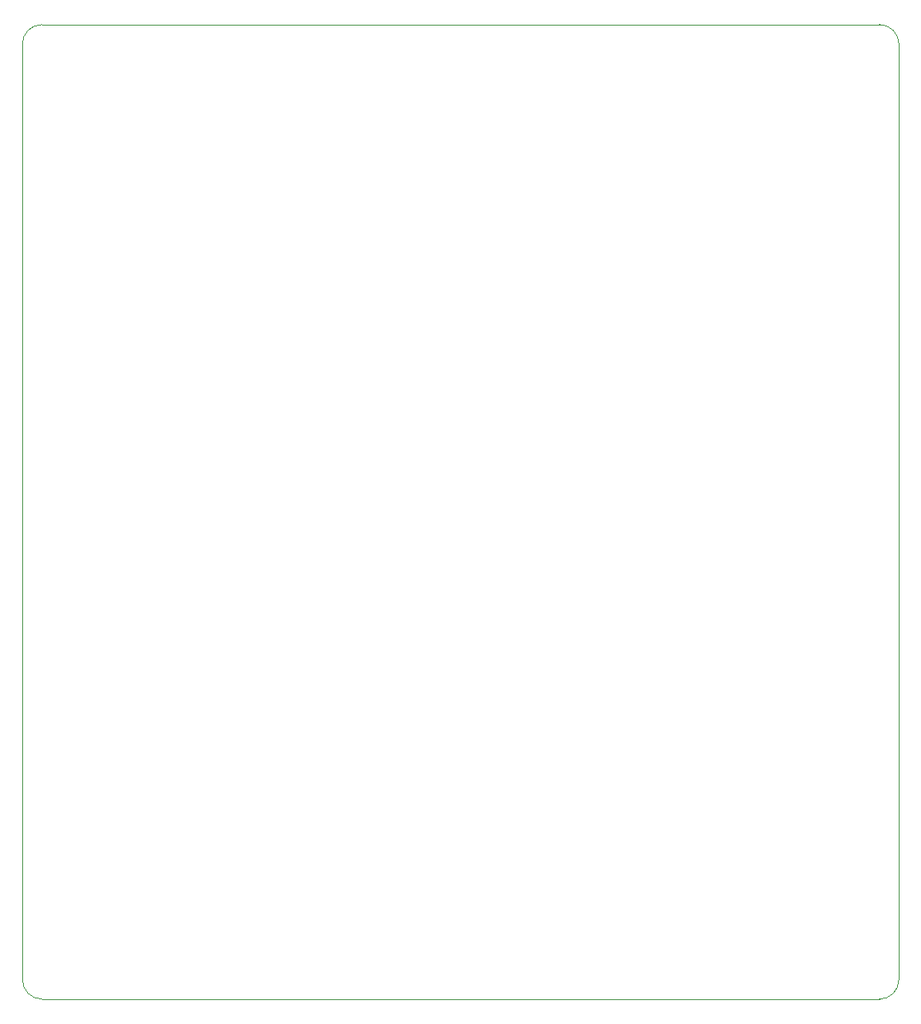
<source format=gbr>
%TF.GenerationSoftware,KiCad,Pcbnew,(6.0.0)*%
%TF.CreationDate,2022-09-13T16:11:23+02:00*%
%TF.ProjectId,IceCutterPCB,49636543-7574-4746-9572-5043422e6b69,rev?*%
%TF.SameCoordinates,Original*%
%TF.FileFunction,Profile,NP*%
%FSLAX46Y46*%
G04 Gerber Fmt 4.6, Leading zero omitted, Abs format (unit mm)*
G04 Created by KiCad (PCBNEW (6.0.0)) date 2022-09-13 16:11:23*
%MOMM*%
%LPD*%
G01*
G04 APERTURE LIST*
%TA.AperFunction,Profile*%
%ADD10C,0.100000*%
%TD*%
G04 APERTURE END LIST*
D10*
X254000000Y-51000000D02*
X254000000Y-143000000D01*
X164000001Y-145000000D02*
X164000000Y-49000000D01*
X251500000Y-147000000D02*
X252000000Y-147000000D01*
X166000001Y-147000000D02*
X250000000Y-147000000D01*
X254000000Y-144500000D02*
X254000000Y-144900000D01*
X252000000Y-147000000D02*
G75*
G03*
X254000000Y-145000000I1J1999999D01*
G01*
X251815600Y-47000000D02*
X166000000Y-47000000D01*
X254000000Y-49000000D02*
G75*
G03*
X252000000Y-47000000I-1999999J1D01*
G01*
X164000001Y-145000000D02*
G75*
G03*
X166000001Y-147000000I1999999J-1D01*
G01*
X254000000Y-144900000D02*
X254000000Y-145000000D01*
X254000000Y-143000000D02*
X254000000Y-144500000D01*
X254000000Y-49000000D02*
X254000000Y-49276000D01*
X166000000Y-47000000D02*
G75*
G03*
X164000000Y-49000000I-1J-1999999D01*
G01*
X251815600Y-47000000D02*
X252000000Y-47000000D01*
X250000000Y-147000000D02*
X251500000Y-147000000D01*
X254000000Y-51000000D02*
X254000000Y-49276000D01*
M02*

</source>
